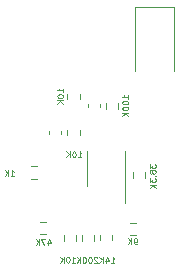
<source format=gbr>
%TF.GenerationSoftware,KiCad,Pcbnew,(6.0.1)*%
%TF.CreationDate,2023-03-26T21:04:12+08:00*%
%TF.ProjectId,Solenoid valve,536f6c65-6e6f-4696-9420-76616c76652e,rev?*%
%TF.SameCoordinates,Original*%
%TF.FileFunction,Legend,Bot*%
%TF.FilePolarity,Positive*%
%FSLAX46Y46*%
G04 Gerber Fmt 4.6, Leading zero omitted, Abs format (unit mm)*
G04 Created by KiCad (PCBNEW (6.0.1)) date 2023-03-26 21:04:12*
%MOMM*%
%LPD*%
G01*
G04 APERTURE LIST*
%ADD10C,0.100000*%
%ADD11C,0.120000*%
G04 APERTURE END LIST*
D10*
X13330047Y883191D02*
X13306238Y907000D01*
X13258619Y930810D01*
X13139571Y930810D01*
X13091952Y907000D01*
X13068142Y883191D01*
X13044333Y835572D01*
X13044333Y787953D01*
X13068142Y716524D01*
X13353857Y430810D01*
X13044333Y430810D01*
X12734809Y930810D02*
X12687190Y930810D01*
X12639571Y907000D01*
X12615761Y883191D01*
X12591952Y835572D01*
X12568142Y740334D01*
X12568142Y621286D01*
X12591952Y526048D01*
X12615761Y478429D01*
X12639571Y454620D01*
X12687190Y430810D01*
X12734809Y430810D01*
X12782428Y454620D01*
X12806238Y478429D01*
X12830047Y526048D01*
X12853857Y621286D01*
X12853857Y740334D01*
X12830047Y835572D01*
X12806238Y883191D01*
X12782428Y907000D01*
X12734809Y930810D01*
X12258619Y930810D02*
X12211000Y930810D01*
X12163380Y907000D01*
X12139571Y883191D01*
X12115761Y835572D01*
X12091952Y740334D01*
X12091952Y621286D01*
X12115761Y526048D01*
X12139571Y478429D01*
X12163380Y454620D01*
X12211000Y430810D01*
X12258619Y430810D01*
X12306238Y454620D01*
X12330047Y478429D01*
X12353857Y526048D01*
X12377666Y621286D01*
X12377666Y740334D01*
X12353857Y835572D01*
X12330047Y883191D01*
X12306238Y907000D01*
X12258619Y930810D01*
X11877666Y430810D02*
X11877666Y930810D01*
X11591952Y430810D02*
X11806238Y716524D01*
X11591952Y930810D02*
X11877666Y645096D01*
X16656238Y2010810D02*
X16561000Y2010810D01*
X16513380Y2034620D01*
X16489571Y2058429D01*
X16441952Y2129858D01*
X16418142Y2225096D01*
X16418142Y2415572D01*
X16441952Y2463191D01*
X16465761Y2487000D01*
X16513380Y2510810D01*
X16608619Y2510810D01*
X16656238Y2487000D01*
X16680047Y2463191D01*
X16703857Y2415572D01*
X16703857Y2296524D01*
X16680047Y2248905D01*
X16656238Y2225096D01*
X16608619Y2201286D01*
X16513380Y2201286D01*
X16465761Y2225096D01*
X16441952Y2248905D01*
X16418142Y2296524D01*
X16203857Y2010810D02*
X16203857Y2510810D01*
X15918142Y2010810D02*
X16132428Y2296524D01*
X15918142Y2510810D02*
X16203857Y2225096D01*
X10447190Y14882239D02*
X10447190Y15167953D01*
X10447190Y15025096D02*
X9947190Y15025096D01*
X10018619Y15072715D01*
X10066238Y15120334D01*
X10090047Y15167953D01*
X9947190Y14572715D02*
X9947190Y14525096D01*
X9971000Y14477477D01*
X9994809Y14453667D01*
X10042428Y14429858D01*
X10137666Y14406048D01*
X10256714Y14406048D01*
X10351952Y14429858D01*
X10399571Y14453667D01*
X10423380Y14477477D01*
X10447190Y14525096D01*
X10447190Y14572715D01*
X10423380Y14620334D01*
X10399571Y14644143D01*
X10351952Y14667953D01*
X10256714Y14691762D01*
X10137666Y14691762D01*
X10042428Y14667953D01*
X9994809Y14644143D01*
X9971000Y14620334D01*
X9947190Y14572715D01*
X10447190Y14191762D02*
X9947190Y14191762D01*
X10447190Y13906048D02*
X10161476Y14120334D01*
X9947190Y13906048D02*
X10232904Y14191762D01*
X6008142Y7770810D02*
X6293857Y7770810D01*
X6151000Y7770810D02*
X6151000Y8270810D01*
X6198619Y8199381D01*
X6246238Y8151762D01*
X6293857Y8127953D01*
X5793857Y7770810D02*
X5793857Y8270810D01*
X5508142Y7770810D02*
X5722428Y8056524D01*
X5508142Y8270810D02*
X5793857Y7985096D01*
X11696238Y9360810D02*
X11981952Y9360810D01*
X11839095Y9360810D02*
X11839095Y9860810D01*
X11886714Y9789381D01*
X11934333Y9741762D01*
X11981952Y9717953D01*
X11386714Y9860810D02*
X11339095Y9860810D01*
X11291476Y9837000D01*
X11267666Y9813191D01*
X11243857Y9765572D01*
X11220047Y9670334D01*
X11220047Y9551286D01*
X11243857Y9456048D01*
X11267666Y9408429D01*
X11291476Y9384620D01*
X11339095Y9360810D01*
X11386714Y9360810D01*
X11434333Y9384620D01*
X11458142Y9408429D01*
X11481952Y9456048D01*
X11505761Y9551286D01*
X11505761Y9670334D01*
X11481952Y9765572D01*
X11458142Y9813191D01*
X11434333Y9837000D01*
X11386714Y9860810D01*
X11005761Y9360810D02*
X11005761Y9860810D01*
X10720047Y9360810D02*
X10934333Y9646524D01*
X10720047Y9860810D02*
X11005761Y9575096D01*
X15947190Y14320334D02*
X15947190Y14606048D01*
X15947190Y14463191D02*
X15447190Y14463191D01*
X15518619Y14510810D01*
X15566238Y14558429D01*
X15590047Y14606048D01*
X15447190Y14010810D02*
X15447190Y13963191D01*
X15471000Y13915572D01*
X15494809Y13891762D01*
X15542428Y13867953D01*
X15637666Y13844143D01*
X15756714Y13844143D01*
X15851952Y13867953D01*
X15899571Y13891762D01*
X15923380Y13915572D01*
X15947190Y13963191D01*
X15947190Y14010810D01*
X15923380Y14058429D01*
X15899571Y14082239D01*
X15851952Y14106048D01*
X15756714Y14129858D01*
X15637666Y14129858D01*
X15542428Y14106048D01*
X15494809Y14082239D01*
X15471000Y14058429D01*
X15447190Y14010810D01*
X15447190Y13534620D02*
X15447190Y13487000D01*
X15471000Y13439381D01*
X15494809Y13415572D01*
X15542428Y13391762D01*
X15637666Y13367953D01*
X15756714Y13367953D01*
X15851952Y13391762D01*
X15899571Y13415572D01*
X15923380Y13439381D01*
X15947190Y13487000D01*
X15947190Y13534620D01*
X15923380Y13582239D01*
X15899571Y13606048D01*
X15851952Y13629858D01*
X15756714Y13653667D01*
X15637666Y13653667D01*
X15542428Y13629858D01*
X15494809Y13606048D01*
X15471000Y13582239D01*
X15447190Y13534620D01*
X15947190Y13153667D02*
X15447190Y13153667D01*
X15947190Y12867953D02*
X15661476Y13082239D01*
X15447190Y12867953D02*
X15732904Y13153667D01*
X14496238Y420810D02*
X14781952Y420810D01*
X14639095Y420810D02*
X14639095Y920810D01*
X14686714Y849381D01*
X14734333Y801762D01*
X14781952Y777953D01*
X14067666Y754143D02*
X14067666Y420810D01*
X14186714Y944620D02*
X14305761Y587477D01*
X13996238Y587477D01*
X13805761Y420810D02*
X13805761Y920810D01*
X13520047Y420810D02*
X13734333Y706524D01*
X13520047Y920810D02*
X13805761Y635096D01*
X11176238Y450810D02*
X11461952Y450810D01*
X11319095Y450810D02*
X11319095Y950810D01*
X11366714Y879381D01*
X11414333Y831762D01*
X11461952Y807953D01*
X10866714Y950810D02*
X10819095Y950810D01*
X10771476Y927000D01*
X10747666Y903191D01*
X10723857Y855572D01*
X10700047Y760334D01*
X10700047Y641286D01*
X10723857Y546048D01*
X10747666Y498429D01*
X10771476Y474620D01*
X10819095Y450810D01*
X10866714Y450810D01*
X10914333Y474620D01*
X10938142Y498429D01*
X10961952Y546048D01*
X10985761Y641286D01*
X10985761Y760334D01*
X10961952Y855572D01*
X10938142Y903191D01*
X10914333Y927000D01*
X10866714Y950810D01*
X10485761Y450810D02*
X10485761Y950810D01*
X10200047Y450810D02*
X10414333Y736524D01*
X10200047Y950810D02*
X10485761Y665096D01*
X9153857Y2254143D02*
X9153857Y1920810D01*
X9272904Y2444620D02*
X9391952Y2087477D01*
X9082428Y2087477D01*
X8939571Y2420810D02*
X8606238Y2420810D01*
X8820523Y1920810D01*
X8415761Y1920810D02*
X8415761Y2420810D01*
X8130047Y1920810D02*
X8344333Y2206524D01*
X8130047Y2420810D02*
X8415761Y2135096D01*
X17767190Y8778905D02*
X17767190Y8469381D01*
X17957666Y8636048D01*
X17957666Y8564620D01*
X17981476Y8517000D01*
X18005285Y8493191D01*
X18052904Y8469381D01*
X18171952Y8469381D01*
X18219571Y8493191D01*
X18243380Y8517000D01*
X18267190Y8564620D01*
X18267190Y8707477D01*
X18243380Y8755096D01*
X18219571Y8778905D01*
X17981476Y8183667D02*
X17957666Y8231286D01*
X17933857Y8255096D01*
X17886238Y8278905D01*
X17862428Y8278905D01*
X17814809Y8255096D01*
X17791000Y8231286D01*
X17767190Y8183667D01*
X17767190Y8088429D01*
X17791000Y8040810D01*
X17814809Y8017000D01*
X17862428Y7993191D01*
X17886238Y7993191D01*
X17933857Y8017000D01*
X17957666Y8040810D01*
X17981476Y8088429D01*
X17981476Y8183667D01*
X18005285Y8231286D01*
X18029095Y8255096D01*
X18076714Y8278905D01*
X18171952Y8278905D01*
X18219571Y8255096D01*
X18243380Y8231286D01*
X18267190Y8183667D01*
X18267190Y8088429D01*
X18243380Y8040810D01*
X18219571Y8017000D01*
X18171952Y7993191D01*
X18076714Y7993191D01*
X18029095Y8017000D01*
X18005285Y8040810D01*
X17981476Y8088429D01*
X18219571Y7778905D02*
X18243380Y7755096D01*
X18267190Y7778905D01*
X18243380Y7802715D01*
X18219571Y7778905D01*
X18267190Y7778905D01*
X17767190Y7588429D02*
X17767190Y7278905D01*
X17957666Y7445572D01*
X17957666Y7374143D01*
X17981476Y7326524D01*
X18005285Y7302715D01*
X18052904Y7278905D01*
X18171952Y7278905D01*
X18219571Y7302715D01*
X18243380Y7326524D01*
X18267190Y7374143D01*
X18267190Y7517000D01*
X18243380Y7564620D01*
X18219571Y7588429D01*
X18267190Y7064620D02*
X17767190Y7064620D01*
X18267190Y6778905D02*
X17981476Y6993191D01*
X17767190Y6778905D02*
X18052904Y7064620D01*
D11*
%TO.C,D2*%
X16551000Y22077000D02*
X19851000Y22077000D01*
X19851000Y22077000D02*
X19851000Y16677000D01*
X16551000Y22077000D02*
X16551000Y16677000D01*
%TO.C,R8*%
X12028500Y2794258D02*
X12028500Y2319742D01*
X13073500Y2794258D02*
X13073500Y2319742D01*
%TO.C,C2*%
X13581000Y13586420D02*
X13581000Y13867580D01*
X12561000Y13586420D02*
X12561000Y13867580D01*
%TO.C,R2*%
X10788500Y11244742D02*
X10788500Y11719258D01*
X11833500Y11244742D02*
X11833500Y11719258D01*
%TO.C,R1*%
X11833500Y14274742D02*
X11833500Y14749258D01*
X10788500Y14274742D02*
X10788500Y14749258D01*
%TO.C,R6*%
X14593500Y2329742D02*
X14593500Y2804258D01*
X13548500Y2329742D02*
X13548500Y2804258D01*
%TO.C,R10*%
X16103742Y3839500D02*
X16578258Y3839500D01*
X16103742Y2794500D02*
X16578258Y2794500D01*
%TO.C,R4*%
X8998258Y2854500D02*
X8523742Y2854500D01*
X8998258Y3899500D02*
X8523742Y3899500D01*
%TO.C,R12*%
X7713742Y7554500D02*
X8188258Y7554500D01*
X7713742Y8599500D02*
X8188258Y8599500D01*
%TO.C,R7*%
X17413500Y8124258D02*
X17413500Y7649742D01*
X16368500Y8124258D02*
X16368500Y7649742D01*
%TO.C,R9*%
X14068500Y13489742D02*
X14068500Y13964258D01*
X15113500Y13489742D02*
X15113500Y13964258D01*
%TO.C,R5*%
X11553500Y2319742D02*
X11553500Y2794258D01*
X10508500Y2319742D02*
X10508500Y2794258D01*
%TO.C,C1*%
X10301000Y11341420D02*
X10301000Y11622580D01*
X9281000Y11341420D02*
X9281000Y11622580D01*
%TO.C,U2*%
X12471000Y8397000D02*
X12471000Y6897000D01*
X15691000Y8397000D02*
X15691000Y5472000D01*
X12471000Y8397000D02*
X12471000Y9897000D01*
X15691000Y8397000D02*
X15691000Y9897000D01*
%TD*%
M02*

</source>
